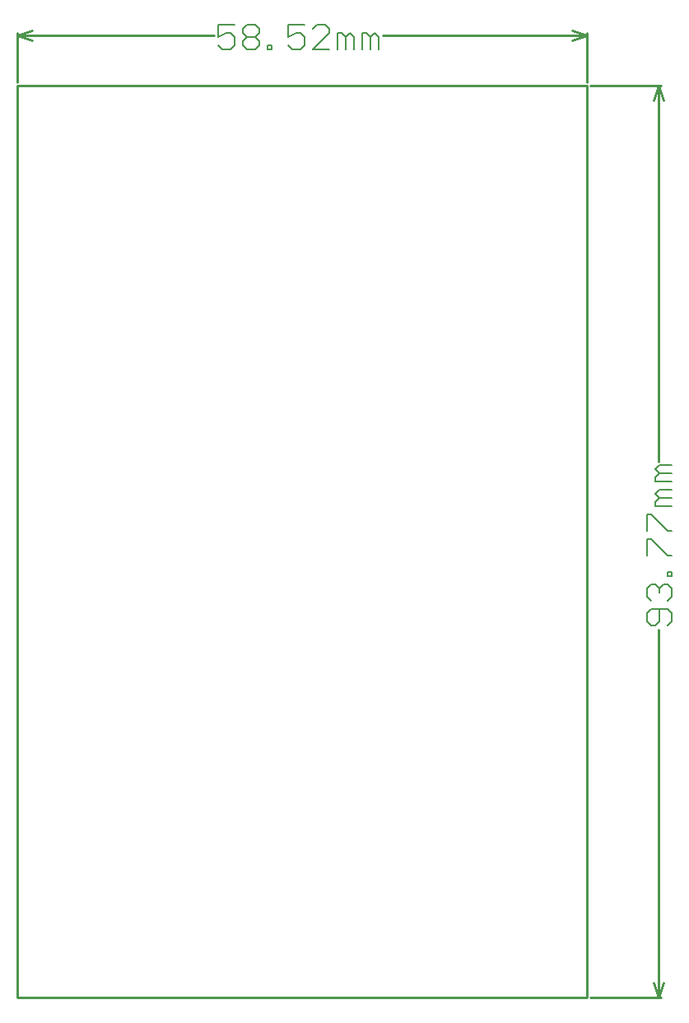
<source format=gm1>
G04*
G04 #@! TF.GenerationSoftware,Altium Limited,Altium Designer,23.8.1 (32)*
G04*
G04 Layer_Color=16711935*
%FSLAX44Y44*%
%MOMM*%
G71*
G04*
G04 #@! TF.SameCoordinates,2FF213BD-71F3-435E-98A3-311B6935AF75*
G04*
G04*
G04 #@! TF.FilePolarity,Positive*
G04*
G01*
G75*
%ADD12C,0.2540*%
%ADD14C,0.1524*%
D12*
X585211Y941471D02*
Y991940D01*
X-0Y941471D02*
Y991940D01*
X375129Y989400D02*
X585211D01*
X-0D02*
X201954D01*
X569971Y994480D02*
X585211Y989400D01*
X569971Y984320D02*
X585211Y989400D01*
X-0D02*
X15240Y984320D01*
X-0Y989400D02*
X15240Y994480D01*
X589021Y0D02*
X661340D01*
X589021Y937661D02*
X661340D01*
X658800Y0D02*
Y378179D01*
Y551354D02*
Y937661D01*
Y0D02*
X663880Y15240D01*
X653720D02*
X658800Y0D01*
X653720Y922421D02*
X658800Y937661D01*
X663880Y922421D01*
X-0Y-0D02*
Y937661D01*
Y-0D02*
X585211Y0D01*
Y937661D01*
X585211Y937661D01*
X0Y937661D02*
X585211Y937661D01*
D14*
X222946Y1000572D02*
X206018D01*
Y987876D01*
X214482Y992108D01*
X218714D01*
X222946Y987876D01*
Y979412D01*
X218714Y975180D01*
X210250D01*
X206018Y979412D01*
X231410Y996340D02*
X235642Y1000572D01*
X244106D01*
X248338Y996340D01*
Y992108D01*
X244106Y987876D01*
X248338Y983644D01*
Y979412D01*
X244106Y975180D01*
X235642D01*
X231410Y979412D01*
Y983644D01*
X235642Y987876D01*
X231410Y992108D01*
Y996340D01*
X235642Y987876D02*
X244106D01*
X256802Y975180D02*
Y979412D01*
X261034D01*
Y975180D01*
X256802D01*
X294889Y1000572D02*
X277961D01*
Y987876D01*
X286425Y992108D01*
X290657D01*
X294889Y987876D01*
Y979412D01*
X290657Y975180D01*
X282193D01*
X277961Y979412D01*
X320281Y975180D02*
X303353D01*
X320281Y992108D01*
Y996340D01*
X316049Y1000572D01*
X307585D01*
X303353Y996340D01*
X328745Y975180D02*
Y992108D01*
X332977D01*
X337209Y987876D01*
Y975180D01*
Y987876D01*
X341441Y992108D01*
X345673Y987876D01*
Y975180D01*
X354137D02*
Y992108D01*
X358369D01*
X362601Y987876D01*
Y975180D01*
Y987876D01*
X366833Y992108D01*
X371065Y987876D01*
Y975180D01*
X668788Y382243D02*
X673020Y386475D01*
Y394939D01*
X668788Y399171D01*
X651860D01*
X647628Y394939D01*
Y386475D01*
X651860Y382243D01*
X656092D01*
X660324Y386475D01*
Y399171D01*
X651860Y407635D02*
X647628Y411867D01*
Y420331D01*
X651860Y424563D01*
X656092D01*
X660324Y420331D01*
Y416099D01*
Y420331D01*
X664556Y424563D01*
X668788D01*
X673020Y420331D01*
Y411867D01*
X668788Y407635D01*
X673020Y433027D02*
X668788D01*
Y437259D01*
X673020D01*
Y433027D01*
X647628Y454187D02*
Y471115D01*
X651860D01*
X668788Y454187D01*
X673020D01*
X647628Y479579D02*
Y496506D01*
X651860D01*
X668788Y479579D01*
X673020D01*
Y504970D02*
X656092D01*
Y509202D01*
X660324Y513434D01*
X673020D01*
X660324D01*
X656092Y517666D01*
X660324Y521898D01*
X673020D01*
Y530362D02*
X656092D01*
Y534594D01*
X660324Y538826D01*
X673020D01*
X660324D01*
X656092Y543058D01*
X660324Y547290D01*
X673020D01*
M02*

</source>
